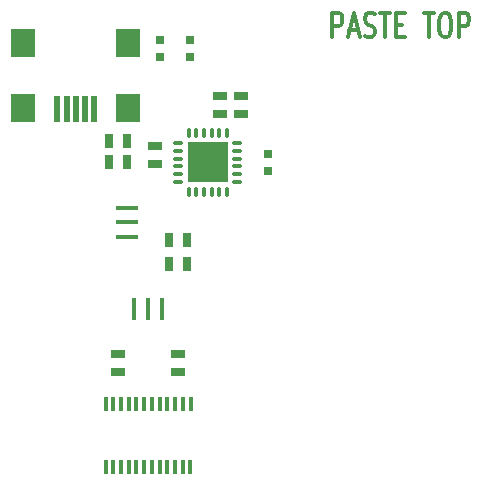
<source format=gtp>
G04 (created by PCBNEW-RS274X (2012-01-19 BZR 3256)-stable) date 12/5/2012 8:15:46 PM*
G01*
G70*
G90*
%MOIN*%
G04 Gerber Fmt 3.4, Leading zero omitted, Abs format*
%FSLAX34Y34*%
G04 APERTURE LIST*
%ADD10C,0.006000*%
%ADD11C,0.012000*%
%ADD12R,0.137800X0.137800*%
%ADD13O,0.039400X0.011800*%
%ADD14O,0.011800X0.039400*%
%ADD15R,0.079000X0.098000*%
%ADD16R,0.020000X0.091000*%
%ADD17R,0.016000X0.050000*%
%ADD18R,0.045000X0.025000*%
%ADD19R,0.025000X0.045000*%
%ADD20R,0.031400X0.031400*%
%ADD21R,0.015700X0.074800*%
%ADD22R,0.074800X0.015700*%
G04 APERTURE END LIST*
G54D10*
G54D11*
X71143Y-30824D02*
X71143Y-30024D01*
X71371Y-30024D01*
X71429Y-30062D01*
X71457Y-30100D01*
X71486Y-30176D01*
X71486Y-30290D01*
X71457Y-30367D01*
X71429Y-30405D01*
X71371Y-30443D01*
X71143Y-30443D01*
X71714Y-30595D02*
X72000Y-30595D01*
X71657Y-30824D02*
X71857Y-30024D01*
X72057Y-30824D01*
X72228Y-30786D02*
X72314Y-30824D01*
X72457Y-30824D01*
X72514Y-30786D01*
X72543Y-30748D01*
X72571Y-30671D01*
X72571Y-30595D01*
X72543Y-30519D01*
X72514Y-30481D01*
X72457Y-30443D01*
X72343Y-30405D01*
X72285Y-30367D01*
X72257Y-30329D01*
X72228Y-30252D01*
X72228Y-30176D01*
X72257Y-30100D01*
X72285Y-30062D01*
X72343Y-30024D01*
X72485Y-30024D01*
X72571Y-30062D01*
X72742Y-30024D02*
X73085Y-30024D01*
X72914Y-30824D02*
X72914Y-30024D01*
X73285Y-30405D02*
X73485Y-30405D01*
X73571Y-30824D02*
X73285Y-30824D01*
X73285Y-30024D01*
X73571Y-30024D01*
X74199Y-30024D02*
X74542Y-30024D01*
X74371Y-30824D02*
X74371Y-30024D01*
X74856Y-30024D02*
X74970Y-30024D01*
X75028Y-30062D01*
X75085Y-30138D01*
X75113Y-30290D01*
X75113Y-30557D01*
X75085Y-30710D01*
X75028Y-30786D01*
X74970Y-30824D01*
X74856Y-30824D01*
X74799Y-30786D01*
X74742Y-30710D01*
X74713Y-30557D01*
X74713Y-30290D01*
X74742Y-30138D01*
X74799Y-30062D01*
X74856Y-30024D01*
X75371Y-30824D02*
X75371Y-30024D01*
X75599Y-30024D01*
X75657Y-30062D01*
X75685Y-30100D01*
X75714Y-30176D01*
X75714Y-30290D01*
X75685Y-30367D01*
X75657Y-30405D01*
X75599Y-30443D01*
X75371Y-30443D01*
G54D12*
X67000Y-35000D03*
G54D13*
X67986Y-35640D03*
X67984Y-35384D03*
X67984Y-35128D03*
X67984Y-34872D03*
X67984Y-34616D03*
X67984Y-34360D03*
G54D14*
X67640Y-34016D03*
X67384Y-34016D03*
X67128Y-34016D03*
X66872Y-34016D03*
X66616Y-34016D03*
X66360Y-34016D03*
G54D13*
X66016Y-34360D03*
X66016Y-34616D03*
X66016Y-34872D03*
X66016Y-35128D03*
X66016Y-35384D03*
X66016Y-35640D03*
G54D14*
X66360Y-35984D03*
X66616Y-35984D03*
X66872Y-35984D03*
X67128Y-35984D03*
X67384Y-35984D03*
X67640Y-35984D03*
G54D15*
X64350Y-31020D03*
X60850Y-31020D03*
X60850Y-33190D03*
G54D16*
X63220Y-33225D03*
X61980Y-33225D03*
X62290Y-33225D03*
X62910Y-33225D03*
X62600Y-33225D03*
G54D15*
X64350Y-33190D03*
G54D17*
X63600Y-45150D03*
X63850Y-45150D03*
X64110Y-45150D03*
X64370Y-45150D03*
X64620Y-45150D03*
X64880Y-45150D03*
X65140Y-45150D03*
X65390Y-45150D03*
X65650Y-45150D03*
X65900Y-45150D03*
X66160Y-45150D03*
X66420Y-45150D03*
X66430Y-43050D03*
X66160Y-43050D03*
X65900Y-43050D03*
X65650Y-43050D03*
X65390Y-43050D03*
X65140Y-43050D03*
X64880Y-43050D03*
X64620Y-43050D03*
X64370Y-43050D03*
X64110Y-43050D03*
X63850Y-43050D03*
X63600Y-43050D03*
G54D18*
X68100Y-33400D03*
X68100Y-32800D03*
X67400Y-33400D03*
X67400Y-32800D03*
X65250Y-35050D03*
X65250Y-34450D03*
G54D19*
X65700Y-37600D03*
X66300Y-37600D03*
X65700Y-38400D03*
X66300Y-38400D03*
X63700Y-35000D03*
X64300Y-35000D03*
X63700Y-34300D03*
X64300Y-34300D03*
G54D18*
X64000Y-41400D03*
X64000Y-42000D03*
X66000Y-41400D03*
X66000Y-42000D03*
G54D20*
X69000Y-35295D03*
X69000Y-34705D03*
X65400Y-31495D03*
X65400Y-30905D03*
X66400Y-31495D03*
X66400Y-30905D03*
G54D21*
X65472Y-39900D03*
X65000Y-39900D03*
X64528Y-39900D03*
G54D22*
X64300Y-36528D03*
X64300Y-37000D03*
X64300Y-37472D03*
M02*

</source>
